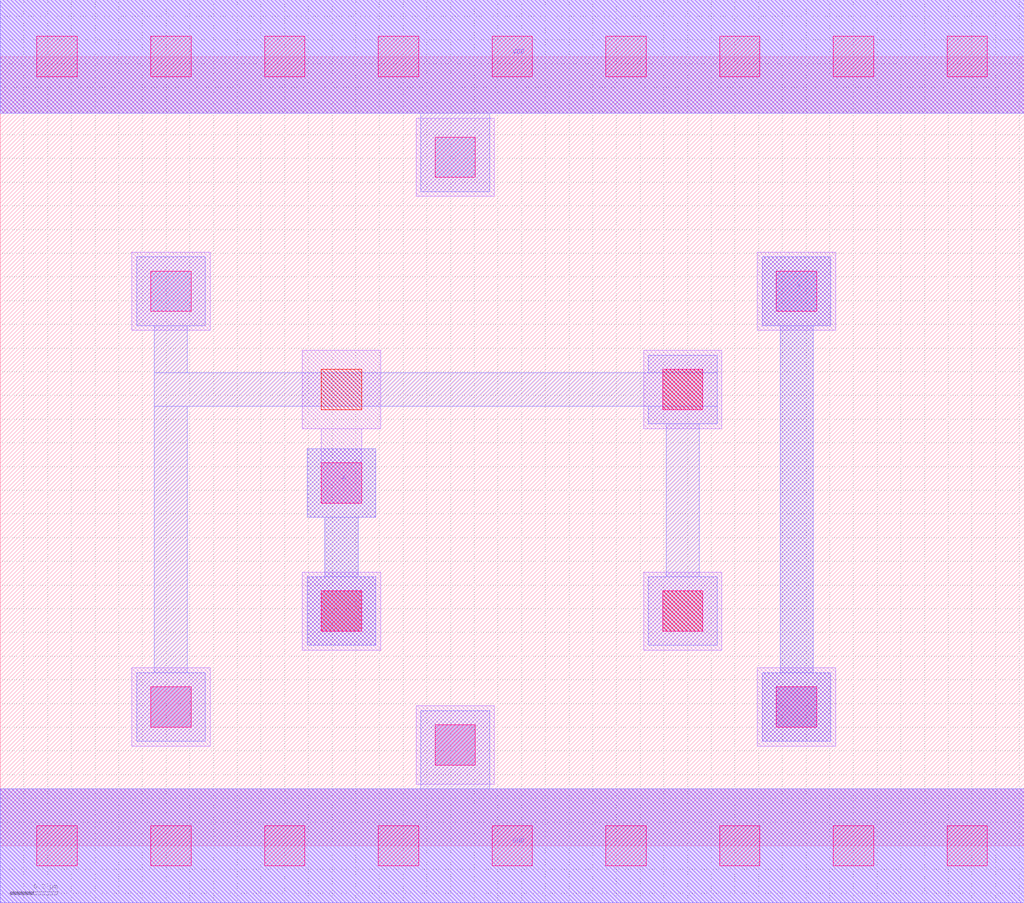
<source format=lef>
MACRO BUFX2
 CLASS CORE ;
 FOREIGN BUFX2 0 0 ;
 SIZE 4.32 BY 3.33 ;
 ORIGIN 0 0 ;
 SYMMETRY X Y R90 ;
 SITE unit ;
  PIN VDD
   DIRECTION INOUT ;
   USE POWER ;
   SHAPE ABUTMENT ;
    PORT
     CLASS CORE ;
       LAYER li1 ;
        RECT 0.00000000 3.09000000 4.32000000 3.57000000 ;
       LAYER met1 ;
        RECT 0.00000000 3.09000000 4.32000000 3.57000000 ;
    END
  END VDD

  PIN GND
   DIRECTION INOUT ;
   USE POWER ;
   SHAPE ABUTMENT ;
    PORT
     CLASS CORE ;
       LAYER li1 ;
        RECT 0.00000000 -0.24000000 4.32000000 0.24000000 ;
       LAYER met1 ;
        RECT 0.00000000 -0.24000000 4.32000000 0.24000000 ;
    END
  END GND

  PIN Y
   DIRECTION INOUT ;
   USE SIGNAL ;
   SHAPE ABUTMENT ;
    PORT
     CLASS CORE ;
       LAYER met1 ;
        RECT 3.21500000 0.44000000 3.50500000 0.73000000 ;
        RECT 3.29000000 0.73000000 3.43000000 2.19500000 ;
        RECT 3.21500000 2.19500000 3.50500000 2.48500000 ;
    END
  END Y

  PIN A
   DIRECTION INOUT ;
   USE SIGNAL ;
   SHAPE ABUTMENT ;
    PORT
     CLASS CORE ;
       LAYER met1 ;
        RECT 1.29500000 0.84500000 1.58500000 1.13500000 ;
        RECT 1.37000000 1.13500000 1.51000000 1.38500000 ;
        RECT 1.29500000 1.38500000 1.58500000 1.67500000 ;
    END
  END A

 OBS
    LAYER polycont ;
     RECT 1.35500000 0.90500000 1.52500000 1.07500000 ;
     RECT 2.79500000 0.90500000 2.96500000 1.07500000 ;
     RECT 1.35500000 1.84000000 1.52500000 2.01000000 ;
     RECT 2.79500000 1.84000000 2.96500000 2.01000000 ;

    LAYER pdiffc ;
     RECT 0.63500000 2.25500000 0.80500000 2.42500000 ;
     RECT 3.27500000 2.25500000 3.44500000 2.42500000 ;
     RECT 1.83500000 2.82000000 2.00500000 2.99000000 ;

    LAYER ndiffc ;
     RECT 1.83500000 0.34000000 2.00500000 0.51000000 ;
     RECT 0.63500000 0.50000000 0.80500000 0.67000000 ;
     RECT 3.27500000 0.50000000 3.44500000 0.67000000 ;

    LAYER li1 ;
     RECT 0.00000000 -0.24000000 4.32000000 0.24000000 ;
     RECT 1.75500000 0.26000000 2.08500000 0.59000000 ;
     RECT 0.55500000 0.42000000 0.88500000 0.75000000 ;
     RECT 3.19500000 0.42000000 3.52500000 0.75000000 ;
     RECT 1.27500000 0.82500000 1.60500000 1.15500000 ;
     RECT 2.71500000 0.82500000 3.04500000 1.15500000 ;
     RECT 1.35500000 1.44500000 1.52500000 1.76000000 ;
     RECT 1.27500000 1.76000000 1.60500000 2.09000000 ;
     RECT 2.71500000 1.76000000 3.04500000 2.09000000 ;
     RECT 0.55500000 2.17500000 0.88500000 2.50500000 ;
     RECT 3.19500000 2.17500000 3.52500000 2.50500000 ;
     RECT 1.75500000 2.74000000 2.08500000 3.07000000 ;
     RECT 0.00000000 3.09000000 4.32000000 3.57000000 ;

    LAYER viali ;
     RECT 0.15500000 -0.08500000 0.32500000 0.08500000 ;
     RECT 0.63500000 -0.08500000 0.80500000 0.08500000 ;
     RECT 1.11500000 -0.08500000 1.28500000 0.08500000 ;
     RECT 1.59500000 -0.08500000 1.76500000 0.08500000 ;
     RECT 2.07500000 -0.08500000 2.24500000 0.08500000 ;
     RECT 2.55500000 -0.08500000 2.72500000 0.08500000 ;
     RECT 3.03500000 -0.08500000 3.20500000 0.08500000 ;
     RECT 3.51500000 -0.08500000 3.68500000 0.08500000 ;
     RECT 3.99500000 -0.08500000 4.16500000 0.08500000 ;
     RECT 1.83500000 0.34000000 2.00500000 0.51000000 ;
     RECT 0.63500000 0.50000000 0.80500000 0.67000000 ;
     RECT 3.27500000 0.50000000 3.44500000 0.67000000 ;
     RECT 1.35500000 0.90500000 1.52500000 1.07500000 ;
     RECT 2.79500000 0.90500000 2.96500000 1.07500000 ;
     RECT 1.35500000 1.44500000 1.52500000 1.61500000 ;
     RECT 2.79500000 1.84000000 2.96500000 2.01000000 ;
     RECT 0.63500000 2.25500000 0.80500000 2.42500000 ;
     RECT 3.27500000 2.25500000 3.44500000 2.42500000 ;
     RECT 1.83500000 2.82000000 2.00500000 2.99000000 ;
     RECT 0.15500000 3.24500000 0.32500000 3.41500000 ;
     RECT 0.63500000 3.24500000 0.80500000 3.41500000 ;
     RECT 1.11500000 3.24500000 1.28500000 3.41500000 ;
     RECT 1.59500000 3.24500000 1.76500000 3.41500000 ;
     RECT 2.07500000 3.24500000 2.24500000 3.41500000 ;
     RECT 2.55500000 3.24500000 2.72500000 3.41500000 ;
     RECT 3.03500000 3.24500000 3.20500000 3.41500000 ;
     RECT 3.51500000 3.24500000 3.68500000 3.41500000 ;
     RECT 3.99500000 3.24500000 4.16500000 3.41500000 ;

    LAYER met1 ;
     RECT 0.00000000 -0.24000000 4.32000000 0.24000000 ;
     RECT 1.77500000 0.24000000 2.06500000 0.57000000 ;
     RECT 1.29500000 0.84500000 1.58500000 1.13500000 ;
     RECT 1.37000000 1.13500000 1.51000000 1.38500000 ;
     RECT 1.29500000 1.38500000 1.58500000 1.67500000 ;
     RECT 0.57500000 0.44000000 0.86500000 0.73000000 ;
     RECT 2.73500000 0.84500000 3.02500000 1.13500000 ;
     RECT 2.81000000 1.13500000 2.95000000 1.78000000 ;
     RECT 0.65000000 0.73000000 0.79000000 1.85500000 ;
     RECT 2.73500000 1.78000000 3.02500000 1.85500000 ;
     RECT 0.65000000 1.85500000 3.02500000 1.99500000 ;
     RECT 2.73500000 1.99500000 3.02500000 2.07000000 ;
     RECT 0.65000000 1.99500000 0.79000000 2.19500000 ;
     RECT 0.57500000 2.19500000 0.86500000 2.48500000 ;
     RECT 3.21500000 0.44000000 3.50500000 0.73000000 ;
     RECT 3.29000000 0.73000000 3.43000000 2.19500000 ;
     RECT 3.21500000 2.19500000 3.50500000 2.48500000 ;
     RECT 1.77500000 2.76000000 2.06500000 3.09000000 ;
     RECT 0.00000000 3.09000000 4.32000000 3.57000000 ;

 END
END BUFX2

</source>
